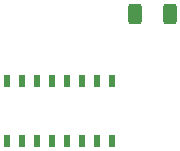
<source format=gtp>
G04 #@! TF.GenerationSoftware,KiCad,Pcbnew,8.0.0*
G04 #@! TF.CreationDate,2024-11-14T09:55:02-06:00*
G04 #@! TF.ProjectId,RainSegmentDriver,5261696e-5365-4676-9d65-6e7444726976,rev?*
G04 #@! TF.SameCoordinates,Original*
G04 #@! TF.FileFunction,Paste,Top*
G04 #@! TF.FilePolarity,Positive*
%FSLAX46Y46*%
G04 Gerber Fmt 4.6, Leading zero omitted, Abs format (unit mm)*
G04 Created by KiCad (PCBNEW 8.0.0) date 2024-11-14 09:55:02*
%MOMM*%
%LPD*%
G01*
G04 APERTURE LIST*
G04 Aperture macros list*
%AMRoundRect*
0 Rectangle with rounded corners*
0 $1 Rounding radius*
0 $2 $3 $4 $5 $6 $7 $8 $9 X,Y pos of 4 corners*
0 Add a 4 corners polygon primitive as box body*
4,1,4,$2,$3,$4,$5,$6,$7,$8,$9,$2,$3,0*
0 Add four circle primitives for the rounded corners*
1,1,$1+$1,$2,$3*
1,1,$1+$1,$4,$5*
1,1,$1+$1,$6,$7*
1,1,$1+$1,$8,$9*
0 Add four rect primitives between the rounded corners*
20,1,$1+$1,$2,$3,$4,$5,0*
20,1,$1+$1,$4,$5,$6,$7,0*
20,1,$1+$1,$6,$7,$8,$9,0*
20,1,$1+$1,$8,$9,$2,$3,0*%
G04 Aperture macros list end*
%ADD10R,0.508000X1.104900*%
%ADD11RoundRect,0.250000X0.312500X0.625000X-0.312500X0.625000X-0.312500X-0.625000X0.312500X-0.625000X0*%
G04 APERTURE END LIST*
D10*
X156330000Y-114470000D03*
X155060000Y-114470000D03*
X153790000Y-114470000D03*
X152520000Y-114470000D03*
X151250000Y-114470000D03*
X149980000Y-114470000D03*
X148710000Y-114470000D03*
X147440000Y-114470000D03*
X147440000Y-109390000D03*
X148710000Y-109390000D03*
X149980000Y-109390000D03*
X151250000Y-109390000D03*
X152520000Y-109390000D03*
X153790000Y-109390000D03*
X155060000Y-109390000D03*
X156330000Y-109390000D03*
D11*
X161187500Y-103730000D03*
X158262500Y-103730000D03*
M02*

</source>
